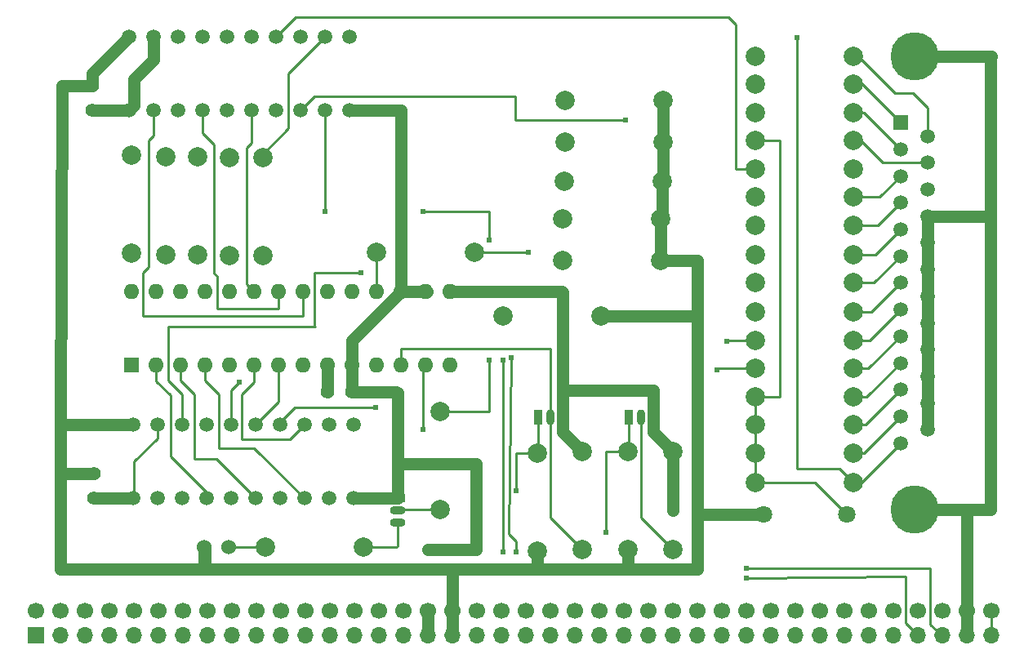
<source format=gbl>
G04 Layer: BottomLayer*
G04 EasyEDA v6.5.39, 2024-11-06 13:04:30*
G04 028e3914a6f949ed9ca799ef75e4ed4f,10*
G04 Gerber Generator version 0.2*
G04 Scale: 100 percent, Rotated: No, Reflected: No *
G04 Dimensions in inches *
G04 leading zeros omitted , absolute positions ,3 integer and 6 decimal *
%FSLAX36Y36*%
%MOIN*%

%AMMACRO1*21,1,$1,$2,0,0,$3*%
%ADD10C,0.0100*%
%ADD11C,0.0500*%
%ADD12MACRO1,0.067X0.067X0.0000*%
%ADD13O,0.066929X0.066929*%
%ADD14C,0.0669*%
%ADD15C,0.0787*%
%ADD16O,0.06299199999999999X0.06299199999999999*%
%ADD17R,0.0630X0.0630*%
%ADD18C,0.0591*%
%ADD19C,0.1968*%
%ADD20R,0.0591X0.0591*%
%ADD21C,0.0709*%
%ADD22O,0.06299199999999999X0.035433*%
%ADD23R,0.0630X0.0354*%
%ADD24O,0.035433X0.06299199999999999*%
%ADD25R,0.0354X0.0630*%
%ADD26C,0.0550*%
%ADD27C,0.0600*%
%ADD28C,0.0244*%
%ADD29C,0.0153*%

%LPD*%
D10*
X2125000Y1635000D02*
G01*
X1905000Y1635000D01*
X2075000Y410000D02*
G01*
X2075000Y455000D01*
X2045000Y485000D01*
X2055000Y1205000D01*
D11*
X2715000Y820000D02*
G01*
X2715000Y580000D01*
X2715000Y820000D02*
G01*
X2635000Y900000D01*
X2635000Y960000D01*
X2635000Y960000D02*
G01*
X2635000Y1070000D01*
X2265000Y1070000D01*
X1805000Y1475000D02*
G01*
X2260000Y1475000D01*
X2265000Y1470000D01*
X2265000Y960000D01*
X2345000Y820000D02*
G01*
X2265000Y900000D01*
X2265000Y960000D01*
X3083739Y565000D02*
G01*
X3083530Y565210D01*
X2815000Y565210D01*
X595000Y2515000D02*
G01*
X595000Y2420000D01*
X515000Y2340000D01*
X515000Y2235000D01*
X495000Y2215000D01*
D10*
X2075000Y660000D02*
G01*
X2075000Y815000D01*
X2160000Y815000D01*
X2440000Y490000D02*
G01*
X2440000Y820000D01*
X2530000Y820000D01*
X3220000Y2510000D02*
G01*
X3220000Y750000D01*
X3395000Y750000D01*
X3450000Y695000D01*
X1195000Y2215000D02*
G01*
X1250000Y2270000D01*
X2070000Y2270000D01*
X2070000Y2175000D01*
X2520000Y2175000D01*
D11*
X350000Y730000D02*
G01*
X215000Y730000D01*
X215000Y930000D01*
X510000Y930000D01*
X345000Y2315000D02*
G01*
X220000Y2315000D01*
X215000Y930000D01*
X510000Y930000D01*
D10*
X710000Y930000D02*
G01*
X710000Y1055000D01*
X655000Y1110000D01*
X655000Y1330000D01*
X1255000Y1330000D01*
X1250000Y1335000D01*
X1250000Y1550000D01*
X1295000Y1550000D01*
X1440380Y1550000D01*
X945000Y1105000D02*
G01*
X910000Y1070000D01*
X910000Y930000D01*
X1500000Y1000000D02*
G01*
X1170000Y1000000D01*
X1110000Y940000D01*
X1110000Y930000D01*
X2895000Y1155000D02*
G01*
X2900000Y1160000D01*
X3050000Y1160000D01*
X2935000Y1270000D02*
G01*
X2940000Y1275000D01*
X3050000Y1275000D01*
X3050000Y1045000D02*
G01*
X3150000Y1045000D01*
X3150000Y2090000D01*
X3050000Y2090000D01*
X3426260Y565000D02*
G01*
X3296260Y695000D01*
X3050000Y695000D01*
X3644076Y964733D02*
G01*
X3494341Y815000D01*
X3450000Y815000D01*
X3644076Y1073784D02*
G01*
X3500288Y930000D01*
X3450000Y930000D01*
X3644076Y1182844D02*
G01*
X3506229Y1045000D01*
X3450000Y1045000D01*
X3644076Y1291894D02*
G01*
X3512178Y1160000D01*
X3450000Y1160000D01*
X3644076Y1400945D02*
G01*
X3518130Y1275000D01*
X3450000Y1275000D01*
X3644076Y1510005D02*
G01*
X3524071Y1390000D01*
X3450000Y1390000D01*
X1095000Y2515000D02*
G01*
X1175000Y2595000D01*
X2940000Y2595000D01*
X2970000Y2565000D01*
X2970000Y1975000D01*
X3050000Y1975000D01*
X3050000Y815000D02*
G01*
X3050000Y1045000D01*
X3050000Y695000D02*
G01*
X3050000Y815000D01*
X3644076Y1619065D02*
G01*
X3535010Y1510000D01*
X3450000Y1510000D01*
X3644076Y1728114D02*
G01*
X3540961Y1625000D01*
X3450000Y1625000D01*
X3644076Y1837175D02*
G01*
X3551899Y1745000D01*
X3450000Y1745000D01*
X3644076Y1946226D02*
G01*
X3557852Y1860000D01*
X3450000Y1860000D01*
X3755883Y2000754D02*
G01*
X3570000Y2000754D01*
X3480752Y2090000D01*
X3450000Y2090000D01*
X3644076Y2055275D02*
G01*
X3494350Y2205000D01*
X3450000Y2205000D01*
X3644076Y2164335D02*
G01*
X3488413Y2320000D01*
X3450000Y2320000D01*
X3755897Y2109800D02*
G01*
X3755073Y2225185D01*
X3695258Y2285000D01*
X3620000Y2285000D01*
X3470000Y2435000D01*
X3450000Y2435000D01*
D11*
X3755883Y1019254D02*
G01*
X3755883Y910205D01*
X3755883Y1128314D02*
G01*
X3755883Y1019254D01*
X3755883Y1237366D02*
G01*
X3755883Y1128314D01*
X3755883Y1346426D02*
G01*
X3755883Y1237366D01*
X3755883Y1455475D02*
G01*
X3755883Y1346426D01*
X3755883Y1564535D02*
G01*
X3755883Y1455475D01*
X3755883Y1673584D02*
G01*
X3755883Y1564535D01*
X3755883Y1782644D02*
G01*
X3755883Y1673584D01*
X3755883Y1782644D02*
G01*
X3757318Y1781210D01*
X4010000Y1781210D01*
D10*
X1295000Y1800000D02*
G01*
X1295000Y2215000D01*
X1965000Y1685000D02*
G01*
X1965000Y1800000D01*
X1695000Y1800000D01*
X1765000Y985000D02*
G01*
X1965000Y985000D01*
X1965000Y1195000D01*
X1295000Y2515000D02*
G01*
X1145000Y2365000D01*
X1145000Y2140000D01*
X1040000Y2035000D01*
X1040000Y2020000D01*
X1705000Y1175000D02*
G01*
X1695000Y1165000D01*
X1695000Y910000D01*
D11*
X2665000Y1600000D02*
G01*
X2815000Y1600000D01*
X2815000Y340000D01*
X2530000Y340000D01*
X1610000Y1475000D02*
G01*
X1710000Y1475000D01*
X1605000Y1475000D02*
G01*
X1605000Y2215000D01*
X1395000Y2215000D01*
D10*
X1605000Y1175000D02*
G01*
X1605000Y1240000D01*
X2215000Y1240000D01*
X2215000Y960000D01*
D11*
X1405000Y1065000D02*
G01*
X1585000Y1065000D01*
X1590000Y1060000D01*
X1590000Y630000D01*
X1405000Y1175000D02*
G01*
X1405000Y1065000D01*
X1305000Y1175000D02*
G01*
X1305000Y1065000D01*
D10*
X1205000Y1475000D02*
G01*
X1205000Y1375000D01*
X550000Y1375000D01*
X550000Y1550000D01*
X575000Y1575000D01*
X575000Y2090000D01*
X595000Y2110000D01*
X595000Y2215000D01*
X1105000Y1475000D02*
G01*
X1105000Y1405000D01*
X855000Y1405000D01*
X855000Y1535000D01*
X840000Y1550000D01*
X840000Y2075000D01*
X795000Y2120000D01*
X795000Y2215000D01*
X1005000Y1475000D02*
G01*
X975000Y1505000D01*
X975000Y2060000D01*
X995000Y2080000D01*
X995000Y2215000D01*
X1210000Y930000D02*
G01*
X1150000Y870000D01*
X955000Y870000D01*
X955000Y1055000D01*
X1005000Y1105000D01*
X1005000Y1175000D01*
D11*
X350000Y730000D02*
G01*
X215000Y730000D01*
X215000Y340000D01*
X805000Y340000D01*
X805000Y435000D01*
X800000Y430000D02*
G01*
X800000Y340000D01*
X1815000Y340000D01*
D10*
X1010000Y930000D02*
G01*
X1105000Y1025000D01*
X1105000Y1175000D01*
X1050000Y430000D02*
G01*
X900000Y430000D01*
X1450000Y430000D02*
G01*
X1585000Y430000D01*
X1590000Y435000D01*
X1590000Y530000D01*
X1765000Y585000D02*
G01*
X1595000Y585000D01*
X1590000Y580000D01*
D11*
X1410000Y630000D02*
G01*
X1590000Y630000D01*
X495000Y2215000D02*
G01*
X345000Y2215000D01*
X345000Y2315000D02*
G01*
X345000Y2365000D01*
X495000Y2515000D01*
D10*
X1210000Y630000D02*
G01*
X1005000Y835000D01*
X860000Y835000D01*
X860000Y1055000D01*
X805000Y1110000D01*
X805000Y1175000D01*
X1010000Y630000D02*
G01*
X850000Y790000D01*
X760000Y790000D01*
X760000Y1055000D01*
X705000Y1110000D01*
X705000Y1175000D01*
X810000Y630000D02*
G01*
X810000Y655000D01*
X664348Y800652D01*
X664348Y1050000D01*
X605000Y1109348D01*
X605000Y1175000D01*
D11*
X2665000Y1770000D02*
G01*
X2665000Y1600000D01*
X2670000Y1925000D02*
G01*
X2670000Y1775000D01*
X2665000Y1770000D01*
X2675000Y2085000D02*
G01*
X2675000Y1930000D01*
X2670000Y1925000D01*
X2675000Y2255000D02*
G01*
X2675000Y2085000D01*
X2530000Y420000D02*
G01*
X2530000Y340000D01*
X2160000Y340000D01*
X2160000Y415000D01*
D10*
X1505000Y1635000D02*
G01*
X1505000Y1475000D01*
D11*
X350000Y630000D02*
G01*
X510000Y630000D01*
D10*
X610000Y930000D02*
G01*
X610000Y875000D01*
X515000Y780000D01*
X515000Y635000D01*
X510000Y630000D01*
D11*
X1405000Y1175000D02*
G01*
X1405000Y1275000D01*
X1605000Y1475000D01*
D10*
X2715000Y420000D02*
G01*
X2585000Y550000D01*
X2585000Y960000D01*
X2345000Y420000D02*
G01*
X2215000Y550000D01*
X2215000Y960000D01*
X2530000Y820000D02*
G01*
X2535000Y825000D01*
X2535000Y960000D01*
X2160000Y815000D02*
G01*
X2165000Y820000D01*
X2165000Y960000D01*
D11*
X1715000Y170000D02*
G01*
X1715000Y70000D01*
X1815000Y170000D02*
G01*
X1815000Y70000D01*
D10*
X3644076Y855673D02*
G01*
X3483397Y695000D01*
X3450000Y695000D01*
X4015000Y170000D02*
G01*
X4015000Y70000D01*
X3715000Y70000D02*
G01*
X3710000Y70000D01*
X3015000Y305000D02*
G01*
X3665000Y310000D01*
X3665000Y120000D01*
X3715000Y70000D01*
X3815000Y70000D02*
G01*
X3810000Y70000D01*
X3765000Y115000D01*
X3765000Y345000D01*
X3010000Y345000D01*
D11*
X3915000Y170000D02*
G01*
X3915000Y584740D01*
X3915000Y70000D02*
G01*
X3915000Y170000D01*
X3700000Y2436001D02*
G01*
X4015000Y2435000D01*
X4010000Y2430000D01*
X4010000Y625000D01*
X4010000Y585000D01*
X3700000Y583998D01*
X1590000Y768899D02*
G01*
X1591099Y770000D01*
X1910000Y770000D01*
X1910000Y420000D01*
X1715000Y420000D01*
X1815000Y170000D02*
G01*
X1815000Y340000D01*
X2160000Y340000D01*
X2160000Y415000D01*
X2420000Y1375000D02*
G01*
X2815000Y1375000D01*
D10*
X2020000Y1195000D02*
G01*
X2020000Y410000D01*
D12*
G01*
X115000Y70000D03*
D13*
G01*
X215000Y70000D03*
G01*
X315000Y70000D03*
G01*
X415000Y70000D03*
G01*
X515000Y70000D03*
G01*
X615000Y70000D03*
G01*
X715000Y70000D03*
G01*
X815000Y70000D03*
G01*
X915000Y70000D03*
G01*
X1015000Y70000D03*
G01*
X1115000Y70000D03*
G01*
X1215000Y70000D03*
G01*
X1315000Y70000D03*
G01*
X1415000Y70000D03*
G01*
X1515000Y70000D03*
G01*
X1615000Y70000D03*
G01*
X1715000Y70000D03*
G01*
X1815000Y70000D03*
G01*
X1915000Y70000D03*
G01*
X2015000Y70000D03*
G01*
X2115000Y70000D03*
G01*
X2215000Y70000D03*
G01*
X2315000Y70000D03*
G01*
X2415000Y70000D03*
G01*
X2515000Y70000D03*
G01*
X2615000Y70000D03*
G01*
X2715000Y70000D03*
G01*
X2815000Y70000D03*
G01*
X2915000Y70000D03*
G01*
X3015000Y70000D03*
G01*
X3115000Y70000D03*
G01*
X3215000Y70000D03*
G01*
X3315000Y70000D03*
G01*
X3415000Y70000D03*
G01*
X3515000Y70000D03*
G01*
X3615000Y70000D03*
G01*
X3715000Y70000D03*
G01*
X3815000Y70000D03*
G01*
X3915000Y70000D03*
G01*
X4015000Y70000D03*
D14*
G01*
X115000Y170000D03*
G01*
X215000Y170000D03*
G01*
X315000Y170000D03*
G01*
X415000Y170000D03*
G01*
X515000Y170000D03*
G01*
X615000Y170000D03*
G01*
X715000Y170000D03*
G01*
X815000Y170000D03*
G01*
X915000Y170000D03*
G01*
X1015000Y170000D03*
G01*
X1115000Y170000D03*
G01*
X1215000Y170000D03*
G01*
X1315000Y170000D03*
G01*
X1415000Y170000D03*
G01*
X1515000Y170000D03*
G01*
X1615000Y170000D03*
G01*
X1715000Y170000D03*
G01*
X1815000Y170000D03*
G01*
X1915000Y170000D03*
G01*
X2015000Y170000D03*
G01*
X2115000Y170000D03*
G01*
X2215000Y170000D03*
G01*
X2315000Y170000D03*
G01*
X2415000Y170000D03*
G01*
X2515000Y170000D03*
G01*
X2615000Y170000D03*
G01*
X2715000Y170000D03*
G01*
X2815000Y170000D03*
G01*
X2915000Y170000D03*
G01*
X3015000Y170000D03*
G01*
X3115000Y170000D03*
G01*
X3215000Y170000D03*
G01*
X3315000Y170000D03*
G01*
X3415000Y170000D03*
G01*
X3515000Y170000D03*
G01*
X3615000Y170000D03*
G01*
X3715000Y170000D03*
G01*
X3815000Y170000D03*
G01*
X3915000Y170000D03*
G01*
X4015000Y170000D03*
D15*
G01*
X2420000Y1375000D03*
G01*
X2020000Y1375000D03*
D16*
G01*
X705000Y1475000D03*
G01*
X805000Y1475000D03*
G01*
X905000Y1475000D03*
G01*
X1005000Y1475000D03*
G01*
X1105000Y1475000D03*
G01*
X1205000Y1475000D03*
G01*
X1305000Y1475000D03*
G01*
X1305000Y1175000D03*
G01*
X605000Y1475000D03*
G01*
X505000Y1475000D03*
G01*
X1205000Y1175000D03*
G01*
X1105000Y1175000D03*
G01*
X1005000Y1175000D03*
G01*
X905000Y1175000D03*
G01*
X805000Y1175000D03*
G01*
X705000Y1175000D03*
G01*
X605000Y1175000D03*
D17*
G01*
X505000Y1175000D03*
D16*
G01*
X1405000Y1175000D03*
G01*
X1505000Y1175000D03*
G01*
X1605000Y1175000D03*
G01*
X1705000Y1175000D03*
G01*
X1805000Y1175000D03*
G01*
X1805000Y1475000D03*
G01*
X1705000Y1475000D03*
G01*
X1605000Y1475000D03*
G01*
X1505000Y1475000D03*
G01*
X1405000Y1475000D03*
D18*
G01*
X510000Y930000D03*
G01*
X610000Y930000D03*
G01*
X710000Y930000D03*
G01*
X810000Y930000D03*
G01*
X910000Y930000D03*
G01*
X1010000Y930000D03*
G01*
X1110000Y930000D03*
G01*
X1210000Y930000D03*
G01*
X1310000Y930000D03*
G01*
X1410000Y930000D03*
G01*
X1410000Y630000D03*
G01*
X1310000Y630000D03*
G01*
X1210000Y630000D03*
G01*
X1110000Y630000D03*
G01*
X810000Y630000D03*
G01*
X710000Y630000D03*
G01*
X1010000Y630000D03*
G01*
X910000Y630000D03*
G01*
X610000Y630000D03*
G01*
X510000Y630000D03*
D19*
G01*
X3699989Y584020D03*
G01*
X3699989Y2435979D03*
D18*
G01*
X3755889Y910199D03*
G01*
X3755889Y1019250D03*
G01*
X3755889Y1128310D03*
G01*
X3755889Y1237359D03*
G01*
X3755889Y1346419D03*
G01*
X3755889Y1455470D03*
G01*
X3755889Y1564529D03*
G01*
X3755889Y1673580D03*
G01*
X3755889Y1782640D03*
G01*
X3755889Y1891689D03*
G01*
X3755889Y2000749D03*
G01*
X3755889Y2109800D03*
G01*
X3644080Y855670D03*
G01*
X3644080Y964729D03*
G01*
X3644080Y1073780D03*
G01*
X3644080Y1182840D03*
G01*
X3644080Y1291889D03*
G01*
X3644080Y1400940D03*
G01*
X3644080Y1510000D03*
G01*
X3644080Y1619059D03*
G01*
X3644080Y1728110D03*
G01*
X3644080Y1837170D03*
G01*
X3644080Y1946219D03*
G01*
X3644080Y2055270D03*
D20*
G01*
X3644080Y2164330D03*
D21*
G01*
X3426260Y565000D03*
G01*
X3083739Y565000D03*
D18*
G01*
X495000Y2515000D03*
G01*
X595000Y2515000D03*
G01*
X695000Y2515000D03*
G01*
X795000Y2515000D03*
G01*
X895000Y2515000D03*
G01*
X995000Y2515000D03*
G01*
X1095000Y2515000D03*
G01*
X1195000Y2515000D03*
G01*
X1295000Y2515000D03*
G01*
X1395000Y2515000D03*
G01*
X1395000Y2215000D03*
G01*
X1295000Y2215000D03*
G01*
X1195000Y2215000D03*
G01*
X1095000Y2215000D03*
G01*
X795000Y2215000D03*
G01*
X695000Y2215000D03*
G01*
X995000Y2215000D03*
G01*
X895000Y2215000D03*
G01*
X595000Y2215000D03*
G01*
X495000Y2215000D03*
D22*
G01*
X1590000Y530000D03*
G01*
X1590000Y580000D03*
D23*
G01*
X1590000Y630000D03*
D24*
G01*
X2635000Y960000D03*
G01*
X2585000Y960000D03*
D25*
G01*
X2535000Y960000D03*
D24*
G01*
X2265000Y960000D03*
G01*
X2215000Y960000D03*
D25*
G01*
X2165000Y960000D03*
D15*
G01*
X3050000Y2205000D03*
G01*
X3450000Y2205000D03*
G01*
X3050000Y1860000D03*
G01*
X3450000Y1860000D03*
G01*
X3050000Y1745000D03*
G01*
X3450000Y1745000D03*
G01*
X3050000Y1625000D03*
G01*
X3450000Y1625000D03*
G01*
X3050000Y1510000D03*
G01*
X3450000Y1510000D03*
G01*
X3050000Y1390000D03*
G01*
X3450000Y1390000D03*
G01*
X3050000Y1275000D03*
G01*
X3450000Y1275000D03*
G01*
X3050000Y1160000D03*
G01*
X3450000Y1160000D03*
G01*
X3050000Y2320000D03*
G01*
X3450000Y2320000D03*
G01*
X3050000Y2435000D03*
G01*
X3450000Y2435000D03*
G01*
X3050000Y1975000D03*
G01*
X3450000Y1975000D03*
G01*
X1765000Y985000D03*
G01*
X1765000Y585000D03*
G01*
X1450000Y430000D03*
G01*
X1050000Y430000D03*
G01*
X3450000Y2090000D03*
G01*
X3050000Y2090000D03*
G01*
X3450000Y695000D03*
G01*
X3050000Y695000D03*
G01*
X3450000Y815000D03*
G01*
X3050000Y815000D03*
G01*
X3450000Y930000D03*
G01*
X3050000Y930000D03*
G01*
X3450000Y1045000D03*
G01*
X3050000Y1045000D03*
G01*
X1040000Y1620000D03*
G01*
X1040000Y2020000D03*
G01*
X905000Y1620000D03*
G01*
X905000Y2020000D03*
G01*
X775000Y1625000D03*
G01*
X775000Y2025000D03*
G01*
X645000Y1625000D03*
G01*
X645000Y2025000D03*
G01*
X505000Y1630000D03*
G01*
X505000Y2030000D03*
G01*
X2665000Y1600000D03*
G01*
X2265000Y1600000D03*
G01*
X2665000Y1770000D03*
G01*
X2265000Y1770000D03*
G01*
X2670000Y1925000D03*
G01*
X2270000Y1925000D03*
G01*
X2675000Y2085000D03*
G01*
X2275000Y2085000D03*
G01*
X2675000Y2255000D03*
G01*
X2275000Y2255000D03*
G01*
X1505000Y1635000D03*
G01*
X1905000Y1635000D03*
G01*
X2715000Y820000D03*
G01*
X2715000Y420000D03*
G01*
X2530000Y820000D03*
G01*
X2530000Y420000D03*
G01*
X2345000Y820000D03*
G01*
X2345000Y420000D03*
G01*
X2160000Y815000D03*
G01*
X2160000Y415000D03*
D26*
G01*
X1305000Y1065000D03*
G01*
X1405000Y1065000D03*
G01*
X350000Y730000D03*
G01*
X350000Y630000D03*
G01*
X345000Y2315000D03*
G01*
X345000Y2215000D03*
D27*
G01*
X800000Y430000D03*
G01*
X900000Y430000D03*
D28*
G01*
X1695000Y910010D03*
G01*
X1965000Y1195010D03*
G01*
X1965000Y1685010D03*
G01*
X1695000Y1800010D03*
G01*
X1295000Y1800010D03*
G01*
X1715000Y420010D03*
G01*
X2715000Y580010D03*
G01*
X2935000Y1270010D03*
G01*
X2895000Y1155010D03*
G01*
X1500000Y1000010D03*
G01*
X945000Y1105010D03*
G01*
X1440379Y1550010D03*
G01*
X2520000Y2175010D03*
G01*
X3220000Y2510010D03*
G01*
X3015000Y305010D03*
G01*
X3015079Y345010D03*
G01*
X2440000Y490010D03*
G01*
X2075000Y660010D03*
G01*
X2020000Y1195010D03*
G01*
X2020000Y410010D03*
G01*
X2075000Y410000D03*
G01*
X2055000Y1205000D03*
G01*
X2125000Y1635000D03*
M02*

</source>
